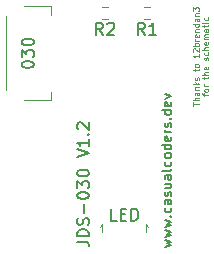
<source format=gbr>
%TF.GenerationSoftware,KiCad,Pcbnew,(6.0.9)*%
%TF.CreationDate,2022-11-22T21:13:51-05:00*%
%TF.ProjectId,030,3033302e-6b69-4636-9164-5f7063625858,rev?*%
%TF.SameCoordinates,Original*%
%TF.FileFunction,Legend,Top*%
%TF.FilePolarity,Positive*%
%FSLAX46Y46*%
G04 Gerber Fmt 4.6, Leading zero omitted, Abs format (unit mm)*
G04 Created by KiCad (PCBNEW (6.0.9)) date 2022-11-22 21:13:51*
%MOMM*%
%LPD*%
G01*
G04 APERTURE LIST*
%ADD10C,0.150000*%
%ADD11C,0.100000*%
%ADD12C,0.120000*%
G04 APERTURE END LIST*
D10*
X109607371Y-73557590D02*
X110140704Y-73405209D01*
X109759752Y-73252828D01*
X110140704Y-73100447D01*
X109607371Y-72948066D01*
X109607371Y-72719495D02*
X110140704Y-72567114D01*
X109759752Y-72414733D01*
X110140704Y-72262352D01*
X109607371Y-72109971D01*
X109607371Y-71881400D02*
X110140704Y-71729019D01*
X109759752Y-71576638D01*
X110140704Y-71424257D01*
X109607371Y-71271876D01*
X110064514Y-70967114D02*
X110102609Y-70929019D01*
X110140704Y-70967114D01*
X110102609Y-71005209D01*
X110064514Y-70967114D01*
X110140704Y-70967114D01*
X110102609Y-70243304D02*
X110140704Y-70319495D01*
X110140704Y-70471876D01*
X110102609Y-70548066D01*
X110064514Y-70586161D01*
X109988323Y-70624257D01*
X109759752Y-70624257D01*
X109683561Y-70586161D01*
X109645466Y-70548066D01*
X109607371Y-70471876D01*
X109607371Y-70319495D01*
X109645466Y-70243304D01*
X110140704Y-69557590D02*
X109721657Y-69557590D01*
X109645466Y-69595685D01*
X109607371Y-69671876D01*
X109607371Y-69824257D01*
X109645466Y-69900447D01*
X110102609Y-69557590D02*
X110140704Y-69633780D01*
X110140704Y-69824257D01*
X110102609Y-69900447D01*
X110026419Y-69938542D01*
X109950228Y-69938542D01*
X109874038Y-69900447D01*
X109835942Y-69824257D01*
X109835942Y-69633780D01*
X109797847Y-69557590D01*
X110102609Y-69214733D02*
X110140704Y-69138542D01*
X110140704Y-68986161D01*
X110102609Y-68909971D01*
X110026419Y-68871876D01*
X109988323Y-68871876D01*
X109912133Y-68909971D01*
X109874038Y-68986161D01*
X109874038Y-69100447D01*
X109835942Y-69176638D01*
X109759752Y-69214733D01*
X109721657Y-69214733D01*
X109645466Y-69176638D01*
X109607371Y-69100447D01*
X109607371Y-68986161D01*
X109645466Y-68909971D01*
X109607371Y-68186161D02*
X110140704Y-68186161D01*
X109607371Y-68529019D02*
X110026419Y-68529019D01*
X110102609Y-68490923D01*
X110140704Y-68414733D01*
X110140704Y-68300447D01*
X110102609Y-68224257D01*
X110064514Y-68186161D01*
X110140704Y-67462352D02*
X109721657Y-67462352D01*
X109645466Y-67500447D01*
X109607371Y-67576638D01*
X109607371Y-67729019D01*
X109645466Y-67805209D01*
X110102609Y-67462352D02*
X110140704Y-67538542D01*
X110140704Y-67729019D01*
X110102609Y-67805209D01*
X110026419Y-67843304D01*
X109950228Y-67843304D01*
X109874038Y-67805209D01*
X109835942Y-67729019D01*
X109835942Y-67538542D01*
X109797847Y-67462352D01*
X110140704Y-66967114D02*
X110102609Y-67043304D01*
X110026419Y-67081400D01*
X109340704Y-67081400D01*
X110102609Y-66319495D02*
X110140704Y-66395685D01*
X110140704Y-66548066D01*
X110102609Y-66624257D01*
X110064514Y-66662352D01*
X109988323Y-66700447D01*
X109759752Y-66700447D01*
X109683561Y-66662352D01*
X109645466Y-66624257D01*
X109607371Y-66548066D01*
X109607371Y-66395685D01*
X109645466Y-66319495D01*
X110140704Y-65862352D02*
X110102609Y-65938542D01*
X110064514Y-65976638D01*
X109988323Y-66014733D01*
X109759752Y-66014733D01*
X109683561Y-65976638D01*
X109645466Y-65938542D01*
X109607371Y-65862352D01*
X109607371Y-65748066D01*
X109645466Y-65671876D01*
X109683561Y-65633780D01*
X109759752Y-65595685D01*
X109988323Y-65595685D01*
X110064514Y-65633780D01*
X110102609Y-65671876D01*
X110140704Y-65748066D01*
X110140704Y-65862352D01*
X110140704Y-64909971D02*
X109340704Y-64909971D01*
X110102609Y-64909971D02*
X110140704Y-64986161D01*
X110140704Y-65138542D01*
X110102609Y-65214733D01*
X110064514Y-65252828D01*
X109988323Y-65290923D01*
X109759752Y-65290923D01*
X109683561Y-65252828D01*
X109645466Y-65214733D01*
X109607371Y-65138542D01*
X109607371Y-64986161D01*
X109645466Y-64909971D01*
X110102609Y-64224257D02*
X110140704Y-64300447D01*
X110140704Y-64452828D01*
X110102609Y-64529019D01*
X110026419Y-64567114D01*
X109721657Y-64567114D01*
X109645466Y-64529019D01*
X109607371Y-64452828D01*
X109607371Y-64300447D01*
X109645466Y-64224257D01*
X109721657Y-64186161D01*
X109797847Y-64186161D01*
X109874038Y-64567114D01*
X110140704Y-63843304D02*
X109607371Y-63843304D01*
X109759752Y-63843304D02*
X109683561Y-63805209D01*
X109645466Y-63767114D01*
X109607371Y-63690923D01*
X109607371Y-63614733D01*
X110102609Y-63386161D02*
X110140704Y-63309971D01*
X110140704Y-63157590D01*
X110102609Y-63081400D01*
X110026419Y-63043304D01*
X109988323Y-63043304D01*
X109912133Y-63081400D01*
X109874038Y-63157590D01*
X109874038Y-63271876D01*
X109835942Y-63348066D01*
X109759752Y-63386161D01*
X109721657Y-63386161D01*
X109645466Y-63348066D01*
X109607371Y-63271876D01*
X109607371Y-63157590D01*
X109645466Y-63081400D01*
X110064514Y-62700447D02*
X110102609Y-62662352D01*
X110140704Y-62700447D01*
X110102609Y-62738542D01*
X110064514Y-62700447D01*
X110140704Y-62700447D01*
X110140704Y-61976638D02*
X109340704Y-61976638D01*
X110102609Y-61976638D02*
X110140704Y-62052828D01*
X110140704Y-62205209D01*
X110102609Y-62281400D01*
X110064514Y-62319495D01*
X109988323Y-62357590D01*
X109759752Y-62357590D01*
X109683561Y-62319495D01*
X109645466Y-62281400D01*
X109607371Y-62205209D01*
X109607371Y-62052828D01*
X109645466Y-61976638D01*
X110102609Y-61290923D02*
X110140704Y-61367114D01*
X110140704Y-61519495D01*
X110102609Y-61595685D01*
X110026419Y-61633780D01*
X109721657Y-61633780D01*
X109645466Y-61595685D01*
X109607371Y-61519495D01*
X109607371Y-61367114D01*
X109645466Y-61290923D01*
X109721657Y-61252828D01*
X109797847Y-61252828D01*
X109874038Y-61633780D01*
X109607371Y-60986161D02*
X110140704Y-60795685D01*
X109607371Y-60605209D01*
X102169980Y-73105352D02*
X102884266Y-73105352D01*
X103027123Y-73152971D01*
X103122361Y-73248209D01*
X103169980Y-73391066D01*
X103169980Y-73486304D01*
X103169980Y-72629161D02*
X102169980Y-72629161D01*
X102169980Y-72391066D01*
X102217600Y-72248209D01*
X102312838Y-72152971D01*
X102408076Y-72105352D01*
X102598552Y-72057733D01*
X102741409Y-72057733D01*
X102931885Y-72105352D01*
X103027123Y-72152971D01*
X103122361Y-72248209D01*
X103169980Y-72391066D01*
X103169980Y-72629161D01*
X103122361Y-71676780D02*
X103169980Y-71533923D01*
X103169980Y-71295828D01*
X103122361Y-71200590D01*
X103074742Y-71152971D01*
X102979504Y-71105352D01*
X102884266Y-71105352D01*
X102789028Y-71152971D01*
X102741409Y-71200590D01*
X102693790Y-71295828D01*
X102646171Y-71486304D01*
X102598552Y-71581542D01*
X102550933Y-71629161D01*
X102455695Y-71676780D01*
X102360457Y-71676780D01*
X102265219Y-71629161D01*
X102217600Y-71581542D01*
X102169980Y-71486304D01*
X102169980Y-71248209D01*
X102217600Y-71105352D01*
X102789028Y-70676780D02*
X102789028Y-69914876D01*
X102169980Y-69248209D02*
X102169980Y-69152971D01*
X102217600Y-69057733D01*
X102265219Y-69010114D01*
X102360457Y-68962495D01*
X102550933Y-68914876D01*
X102789028Y-68914876D01*
X102979504Y-68962495D01*
X103074742Y-69010114D01*
X103122361Y-69057733D01*
X103169980Y-69152971D01*
X103169980Y-69248209D01*
X103122361Y-69343447D01*
X103074742Y-69391066D01*
X102979504Y-69438685D01*
X102789028Y-69486304D01*
X102550933Y-69486304D01*
X102360457Y-69438685D01*
X102265219Y-69391066D01*
X102217600Y-69343447D01*
X102169980Y-69248209D01*
X102169980Y-68581542D02*
X102169980Y-67962495D01*
X102550933Y-68295828D01*
X102550933Y-68152971D01*
X102598552Y-68057733D01*
X102646171Y-68010114D01*
X102741409Y-67962495D01*
X102979504Y-67962495D01*
X103074742Y-68010114D01*
X103122361Y-68057733D01*
X103169980Y-68152971D01*
X103169980Y-68438685D01*
X103122361Y-68533923D01*
X103074742Y-68581542D01*
X102169980Y-67343447D02*
X102169980Y-67248209D01*
X102217600Y-67152971D01*
X102265219Y-67105352D01*
X102360457Y-67057733D01*
X102550933Y-67010114D01*
X102789028Y-67010114D01*
X102979504Y-67057733D01*
X103074742Y-67105352D01*
X103122361Y-67152971D01*
X103169980Y-67248209D01*
X103169980Y-67343447D01*
X103122361Y-67438685D01*
X103074742Y-67486304D01*
X102979504Y-67533923D01*
X102789028Y-67581542D01*
X102550933Y-67581542D01*
X102360457Y-67533923D01*
X102265219Y-67486304D01*
X102217600Y-67438685D01*
X102169980Y-67343447D01*
X102169980Y-65962495D02*
X103169980Y-65629161D01*
X102169980Y-65295828D01*
X103169980Y-64438685D02*
X103169980Y-65010114D01*
X103169980Y-64724400D02*
X102169980Y-64724400D01*
X102312838Y-64819638D01*
X102408076Y-64914876D01*
X102455695Y-65010114D01*
X103074742Y-64010114D02*
X103122361Y-63962495D01*
X103169980Y-64010114D01*
X103122361Y-64057733D01*
X103074742Y-64010114D01*
X103169980Y-64010114D01*
X102265219Y-63581542D02*
X102217600Y-63533923D01*
X102169980Y-63438685D01*
X102169980Y-63200590D01*
X102217600Y-63105352D01*
X102265219Y-63057733D01*
X102360457Y-63010114D01*
X102455695Y-63010114D01*
X102598552Y-63057733D01*
X103169980Y-63629161D01*
X103169980Y-63010114D01*
D11*
X111972690Y-61594476D02*
X111972690Y-61308761D01*
X112472690Y-61451619D02*
X111972690Y-61451619D01*
X112472690Y-61142095D02*
X111972690Y-61142095D01*
X112472690Y-60927809D02*
X112210785Y-60927809D01*
X112163166Y-60951619D01*
X112139357Y-60999238D01*
X112139357Y-61070666D01*
X112163166Y-61118285D01*
X112186976Y-61142095D01*
X112472690Y-60475428D02*
X112210785Y-60475428D01*
X112163166Y-60499238D01*
X112139357Y-60546857D01*
X112139357Y-60642095D01*
X112163166Y-60689714D01*
X112448880Y-60475428D02*
X112472690Y-60523047D01*
X112472690Y-60642095D01*
X112448880Y-60689714D01*
X112401261Y-60713523D01*
X112353642Y-60713523D01*
X112306023Y-60689714D01*
X112282214Y-60642095D01*
X112282214Y-60523047D01*
X112258404Y-60475428D01*
X112139357Y-60237333D02*
X112472690Y-60237333D01*
X112186976Y-60237333D02*
X112163166Y-60213523D01*
X112139357Y-60165904D01*
X112139357Y-60094476D01*
X112163166Y-60046857D01*
X112210785Y-60023047D01*
X112472690Y-60023047D01*
X112472690Y-59784952D02*
X111972690Y-59784952D01*
X112282214Y-59737333D02*
X112472690Y-59594476D01*
X112139357Y-59594476D02*
X112329833Y-59784952D01*
X112448880Y-59404000D02*
X112472690Y-59356380D01*
X112472690Y-59261142D01*
X112448880Y-59213523D01*
X112401261Y-59189714D01*
X112377452Y-59189714D01*
X112329833Y-59213523D01*
X112306023Y-59261142D01*
X112306023Y-59332571D01*
X112282214Y-59380190D01*
X112234595Y-59404000D01*
X112210785Y-59404000D01*
X112163166Y-59380190D01*
X112139357Y-59332571D01*
X112139357Y-59261142D01*
X112163166Y-59213523D01*
X112139357Y-58665904D02*
X112139357Y-58475428D01*
X111972690Y-58594476D02*
X112401261Y-58594476D01*
X112448880Y-58570666D01*
X112472690Y-58523047D01*
X112472690Y-58475428D01*
X112472690Y-58237333D02*
X112448880Y-58284952D01*
X112425071Y-58308761D01*
X112377452Y-58332571D01*
X112234595Y-58332571D01*
X112186976Y-58308761D01*
X112163166Y-58284952D01*
X112139357Y-58237333D01*
X112139357Y-58165904D01*
X112163166Y-58118285D01*
X112186976Y-58094476D01*
X112234595Y-58070666D01*
X112377452Y-58070666D01*
X112425071Y-58094476D01*
X112448880Y-58118285D01*
X112472690Y-58165904D01*
X112472690Y-58237333D01*
X112472690Y-57213523D02*
X112472690Y-57499238D01*
X112472690Y-57356380D02*
X111972690Y-57356380D01*
X112044119Y-57404000D01*
X112091738Y-57451619D01*
X112115547Y-57499238D01*
X112020309Y-57023047D02*
X111996500Y-56999238D01*
X111972690Y-56951619D01*
X111972690Y-56832571D01*
X111996500Y-56784952D01*
X112020309Y-56761142D01*
X112067928Y-56737333D01*
X112115547Y-56737333D01*
X112186976Y-56761142D01*
X112472690Y-57046857D01*
X112472690Y-56737333D01*
X112472690Y-56523047D02*
X111972690Y-56523047D01*
X112163166Y-56523047D02*
X112139357Y-56475428D01*
X112139357Y-56380190D01*
X112163166Y-56332571D01*
X112186976Y-56308761D01*
X112234595Y-56284952D01*
X112377452Y-56284952D01*
X112425071Y-56308761D01*
X112448880Y-56332571D01*
X112472690Y-56380190D01*
X112472690Y-56475428D01*
X112448880Y-56523047D01*
X112472690Y-56070666D02*
X112139357Y-56070666D01*
X112234595Y-56070666D02*
X112186976Y-56046857D01*
X112163166Y-56023047D01*
X112139357Y-55975428D01*
X112139357Y-55927809D01*
X112448880Y-55570666D02*
X112472690Y-55618285D01*
X112472690Y-55713523D01*
X112448880Y-55761142D01*
X112401261Y-55784952D01*
X112210785Y-55784952D01*
X112163166Y-55761142D01*
X112139357Y-55713523D01*
X112139357Y-55618285D01*
X112163166Y-55570666D01*
X112210785Y-55546857D01*
X112258404Y-55546857D01*
X112306023Y-55784952D01*
X112139357Y-55332571D02*
X112472690Y-55332571D01*
X112186976Y-55332571D02*
X112163166Y-55308761D01*
X112139357Y-55261142D01*
X112139357Y-55189714D01*
X112163166Y-55142095D01*
X112210785Y-55118285D01*
X112472690Y-55118285D01*
X112472690Y-54665904D02*
X111972690Y-54665904D01*
X112448880Y-54665904D02*
X112472690Y-54713523D01*
X112472690Y-54808761D01*
X112448880Y-54856380D01*
X112425071Y-54880190D01*
X112377452Y-54904000D01*
X112234595Y-54904000D01*
X112186976Y-54880190D01*
X112163166Y-54856380D01*
X112139357Y-54808761D01*
X112139357Y-54713523D01*
X112163166Y-54665904D01*
X112472690Y-54213523D02*
X112210785Y-54213523D01*
X112163166Y-54237333D01*
X112139357Y-54284952D01*
X112139357Y-54380190D01*
X112163166Y-54427809D01*
X112448880Y-54213523D02*
X112472690Y-54261142D01*
X112472690Y-54380190D01*
X112448880Y-54427809D01*
X112401261Y-54451619D01*
X112353642Y-54451619D01*
X112306023Y-54427809D01*
X112282214Y-54380190D01*
X112282214Y-54261142D01*
X112258404Y-54213523D01*
X112139357Y-53975428D02*
X112472690Y-53975428D01*
X112186976Y-53975428D02*
X112163166Y-53951619D01*
X112139357Y-53904000D01*
X112139357Y-53832571D01*
X112163166Y-53784952D01*
X112210785Y-53761142D01*
X112472690Y-53761142D01*
X111972690Y-53570666D02*
X111972690Y-53261142D01*
X112163166Y-53427809D01*
X112163166Y-53356380D01*
X112186976Y-53308761D01*
X112210785Y-53284952D01*
X112258404Y-53261142D01*
X112377452Y-53261142D01*
X112425071Y-53284952D01*
X112448880Y-53308761D01*
X112472690Y-53356380D01*
X112472690Y-53499238D01*
X112448880Y-53546857D01*
X112425071Y-53570666D01*
X112944357Y-60737333D02*
X112944357Y-60546857D01*
X113277690Y-60665904D02*
X112849119Y-60665904D01*
X112801500Y-60642095D01*
X112777690Y-60594476D01*
X112777690Y-60546857D01*
X113277690Y-60308761D02*
X113253880Y-60356380D01*
X113230071Y-60380190D01*
X113182452Y-60404000D01*
X113039595Y-60404000D01*
X112991976Y-60380190D01*
X112968166Y-60356380D01*
X112944357Y-60308761D01*
X112944357Y-60237333D01*
X112968166Y-60189714D01*
X112991976Y-60165904D01*
X113039595Y-60142095D01*
X113182452Y-60142095D01*
X113230071Y-60165904D01*
X113253880Y-60189714D01*
X113277690Y-60237333D01*
X113277690Y-60308761D01*
X113277690Y-59927809D02*
X112944357Y-59927809D01*
X113039595Y-59927809D02*
X112991976Y-59904000D01*
X112968166Y-59880190D01*
X112944357Y-59832571D01*
X112944357Y-59784952D01*
X112944357Y-59308761D02*
X112944357Y-59118285D01*
X112777690Y-59237333D02*
X113206261Y-59237333D01*
X113253880Y-59213523D01*
X113277690Y-59165904D01*
X113277690Y-59118285D01*
X113277690Y-58951619D02*
X112777690Y-58951619D01*
X113277690Y-58737333D02*
X113015785Y-58737333D01*
X112968166Y-58761142D01*
X112944357Y-58808761D01*
X112944357Y-58880190D01*
X112968166Y-58927809D01*
X112991976Y-58951619D01*
X113253880Y-58308761D02*
X113277690Y-58356380D01*
X113277690Y-58451619D01*
X113253880Y-58499238D01*
X113206261Y-58523047D01*
X113015785Y-58523047D01*
X112968166Y-58499238D01*
X112944357Y-58451619D01*
X112944357Y-58356380D01*
X112968166Y-58308761D01*
X113015785Y-58284952D01*
X113063404Y-58284952D01*
X113111023Y-58523047D01*
X113253880Y-57713523D02*
X113277690Y-57665904D01*
X113277690Y-57570666D01*
X113253880Y-57523047D01*
X113206261Y-57499238D01*
X113182452Y-57499238D01*
X113134833Y-57523047D01*
X113111023Y-57570666D01*
X113111023Y-57642095D01*
X113087214Y-57689714D01*
X113039595Y-57713523D01*
X113015785Y-57713523D01*
X112968166Y-57689714D01*
X112944357Y-57642095D01*
X112944357Y-57570666D01*
X112968166Y-57523047D01*
X113253880Y-57070666D02*
X113277690Y-57118285D01*
X113277690Y-57213523D01*
X113253880Y-57261142D01*
X113230071Y-57284952D01*
X113182452Y-57308761D01*
X113039595Y-57308761D01*
X112991976Y-57284952D01*
X112968166Y-57261142D01*
X112944357Y-57213523D01*
X112944357Y-57118285D01*
X112968166Y-57070666D01*
X113277690Y-56856380D02*
X112777690Y-56856380D01*
X113277690Y-56642095D02*
X113015785Y-56642095D01*
X112968166Y-56665904D01*
X112944357Y-56713523D01*
X112944357Y-56784952D01*
X112968166Y-56832571D01*
X112991976Y-56856380D01*
X113253880Y-56213523D02*
X113277690Y-56261142D01*
X113277690Y-56356380D01*
X113253880Y-56404000D01*
X113206261Y-56427809D01*
X113015785Y-56427809D01*
X112968166Y-56404000D01*
X112944357Y-56356380D01*
X112944357Y-56261142D01*
X112968166Y-56213523D01*
X113015785Y-56189714D01*
X113063404Y-56189714D01*
X113111023Y-56427809D01*
X113277690Y-55975428D02*
X112944357Y-55975428D01*
X112991976Y-55975428D02*
X112968166Y-55951619D01*
X112944357Y-55904000D01*
X112944357Y-55832571D01*
X112968166Y-55784952D01*
X113015785Y-55761142D01*
X113277690Y-55761142D01*
X113015785Y-55761142D02*
X112968166Y-55737333D01*
X112944357Y-55689714D01*
X112944357Y-55618285D01*
X112968166Y-55570666D01*
X113015785Y-55546857D01*
X113277690Y-55546857D01*
X113277690Y-55094476D02*
X113015785Y-55094476D01*
X112968166Y-55118285D01*
X112944357Y-55165904D01*
X112944357Y-55261142D01*
X112968166Y-55308761D01*
X113253880Y-55094476D02*
X113277690Y-55142095D01*
X113277690Y-55261142D01*
X113253880Y-55308761D01*
X113206261Y-55332571D01*
X113158642Y-55332571D01*
X113111023Y-55308761D01*
X113087214Y-55261142D01*
X113087214Y-55142095D01*
X113063404Y-55094476D01*
X112944357Y-54927809D02*
X112944357Y-54737333D01*
X112777690Y-54856380D02*
X113206261Y-54856380D01*
X113253880Y-54832571D01*
X113277690Y-54784952D01*
X113277690Y-54737333D01*
X113277690Y-54570666D02*
X112944357Y-54570666D01*
X112777690Y-54570666D02*
X112801500Y-54594476D01*
X112825309Y-54570666D01*
X112801500Y-54546857D01*
X112777690Y-54570666D01*
X112825309Y-54570666D01*
X113253880Y-54118285D02*
X113277690Y-54165904D01*
X113277690Y-54261142D01*
X113253880Y-54308761D01*
X113230071Y-54332571D01*
X113182452Y-54356380D01*
X113039595Y-54356380D01*
X112991976Y-54332571D01*
X112968166Y-54308761D01*
X112944357Y-54261142D01*
X112944357Y-54165904D01*
X112968166Y-54118285D01*
D10*
%TO.C,R2*%
X104354333Y-55570380D02*
X104021000Y-55094190D01*
X103782904Y-55570380D02*
X103782904Y-54570380D01*
X104163857Y-54570380D01*
X104259095Y-54618000D01*
X104306714Y-54665619D01*
X104354333Y-54760857D01*
X104354333Y-54903714D01*
X104306714Y-54998952D01*
X104259095Y-55046571D01*
X104163857Y-55094190D01*
X103782904Y-55094190D01*
X104735285Y-54665619D02*
X104782904Y-54618000D01*
X104878142Y-54570380D01*
X105116238Y-54570380D01*
X105211476Y-54618000D01*
X105259095Y-54665619D01*
X105306714Y-54760857D01*
X105306714Y-54856095D01*
X105259095Y-54998952D01*
X104687666Y-55570380D01*
X105306714Y-55570380D01*
%TO.C,J1*%
X97496380Y-58150000D02*
X97496380Y-58054761D01*
X97544000Y-57959523D01*
X97591619Y-57911904D01*
X97686857Y-57864285D01*
X97877333Y-57816666D01*
X98115428Y-57816666D01*
X98305904Y-57864285D01*
X98401142Y-57911904D01*
X98448761Y-57959523D01*
X98496380Y-58054761D01*
X98496380Y-58150000D01*
X98448761Y-58245238D01*
X98401142Y-58292857D01*
X98305904Y-58340476D01*
X98115428Y-58388095D01*
X97877333Y-58388095D01*
X97686857Y-58340476D01*
X97591619Y-58292857D01*
X97544000Y-58245238D01*
X97496380Y-58150000D01*
X97496380Y-57483333D02*
X97496380Y-56864285D01*
X97877333Y-57197619D01*
X97877333Y-57054761D01*
X97924952Y-56959523D01*
X97972571Y-56911904D01*
X98067809Y-56864285D01*
X98305904Y-56864285D01*
X98401142Y-56911904D01*
X98448761Y-56959523D01*
X98496380Y-57054761D01*
X98496380Y-57340476D01*
X98448761Y-57435714D01*
X98401142Y-57483333D01*
X97496380Y-56245238D02*
X97496380Y-56150000D01*
X97544000Y-56054761D01*
X97591619Y-56007142D01*
X97686857Y-55959523D01*
X97877333Y-55911904D01*
X98115428Y-55911904D01*
X98305904Y-55959523D01*
X98401142Y-56007142D01*
X98448761Y-56054761D01*
X98496380Y-56150000D01*
X98496380Y-56245238D01*
X98448761Y-56340476D01*
X98401142Y-56388095D01*
X98305904Y-56435714D01*
X98115428Y-56483333D01*
X97877333Y-56483333D01*
X97686857Y-56435714D01*
X97591619Y-56388095D01*
X97544000Y-56340476D01*
X97496380Y-56245238D01*
%TO.C,R1*%
X107910333Y-55570380D02*
X107577000Y-55094190D01*
X107338904Y-55570380D02*
X107338904Y-54570380D01*
X107719857Y-54570380D01*
X107815095Y-54618000D01*
X107862714Y-54665619D01*
X107910333Y-54760857D01*
X107910333Y-54903714D01*
X107862714Y-54998952D01*
X107815095Y-55046571D01*
X107719857Y-55094190D01*
X107338904Y-55094190D01*
X108862714Y-55570380D02*
X108291285Y-55570380D01*
X108577000Y-55570380D02*
X108577000Y-54570380D01*
X108481761Y-54713238D01*
X108386523Y-54808476D01*
X108291285Y-54856095D01*
%TO.C,LED*%
X105529142Y-71318380D02*
X105052952Y-71318380D01*
X105052952Y-70318380D01*
X105862476Y-70794571D02*
X106195809Y-70794571D01*
X106338666Y-71318380D02*
X105862476Y-71318380D01*
X105862476Y-70318380D01*
X106338666Y-70318380D01*
X106767238Y-71318380D02*
X106767238Y-70318380D01*
X107005333Y-70318380D01*
X107148190Y-70366000D01*
X107243428Y-70461238D01*
X107291047Y-70556476D01*
X107338666Y-70746952D01*
X107338666Y-70889809D01*
X107291047Y-71080285D01*
X107243428Y-71175523D01*
X107148190Y-71270761D01*
X107005333Y-71318380D01*
X106767238Y-71318380D01*
D12*
%TO.C,R2*%
X104266276Y-53198500D02*
X104775724Y-53198500D01*
X104266276Y-54243500D02*
X104775724Y-54243500D01*
%TO.C,J1*%
X99995000Y-53880656D02*
X99995000Y-53162901D01*
X99995000Y-53162901D02*
X97649681Y-53162901D01*
X99995000Y-61113101D02*
X99995000Y-60395346D01*
X97649681Y-61113101D02*
X99995000Y-61113101D01*
X96134200Y-53979501D02*
X96134200Y-60296501D01*
%TO.C,R1*%
X107822276Y-54243500D02*
X108331724Y-54243500D01*
X107822276Y-53198500D02*
X108331724Y-53198500D01*
%TO.C,LED*%
X104780000Y-72446000D02*
G75*
G03*
X104780000Y-72446000I-50000J0D01*
G01*
X104300000Y-71646000D02*
X104150000Y-71846000D01*
X104300000Y-72296000D02*
X104300000Y-71646000D01*
X108030000Y-71646000D02*
X108180000Y-71846000D01*
X108030000Y-72296000D02*
X108030000Y-71646000D01*
%TD*%
M02*

</source>
